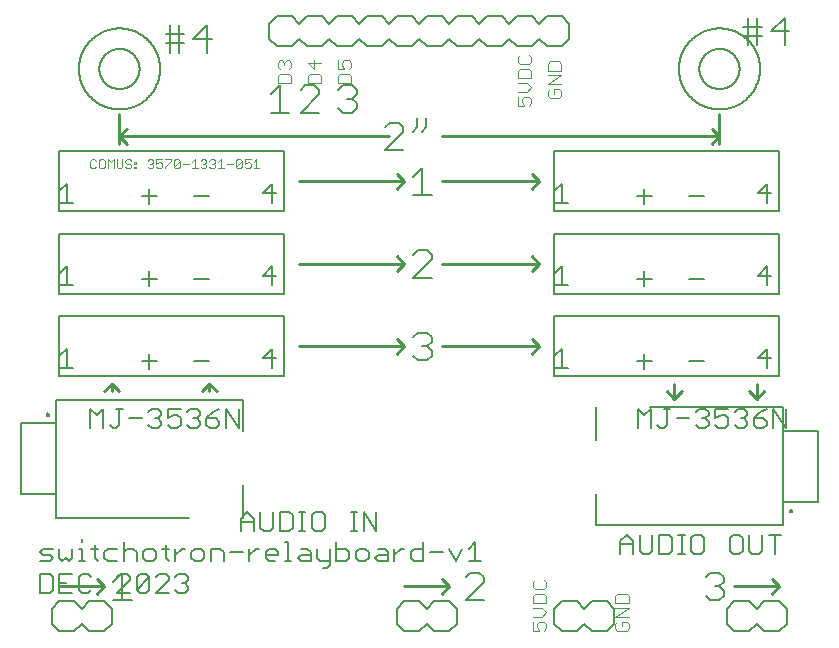
<source format=gto>
G04 EAGLE Gerber RS-274X export*
G75*
%MOMM*%
%FSLAX34Y34*%
%LPD*%
%INTop Silkscreen*%
%IPPOS*%
%AMOC8*
5,1,8,0,0,1.08239X$1,22.5*%
G01*
%ADD10C,0.152400*%
%ADD11C,0.101600*%
%ADD12C,0.203200*%
%ADD13C,0.254000*%
%ADD14C,0.076200*%
%ADD15C,0.127000*%
%ADD16C,0.200000*%


D10*
X502412Y178562D02*
X502412Y194832D01*
X507835Y189409D01*
X513259Y194832D01*
X513259Y178562D01*
X518784Y181274D02*
X521495Y178562D01*
X524207Y178562D01*
X526919Y181274D01*
X526919Y194832D01*
X529630Y194832D02*
X524207Y194832D01*
X535155Y186697D02*
X546002Y186697D01*
X551527Y192120D02*
X554238Y194832D01*
X559662Y194832D01*
X562373Y192120D01*
X562373Y189409D01*
X559662Y186697D01*
X556950Y186697D01*
X559662Y186697D02*
X562373Y183985D01*
X562373Y181274D01*
X559662Y178562D01*
X554238Y178562D01*
X551527Y181274D01*
X567898Y194832D02*
X578745Y194832D01*
X567898Y194832D02*
X567898Y186697D01*
X573322Y189409D01*
X576033Y189409D01*
X578745Y186697D01*
X578745Y181274D01*
X576033Y178562D01*
X570610Y178562D01*
X567898Y181274D01*
X584270Y192120D02*
X586981Y194832D01*
X592405Y194832D01*
X595116Y192120D01*
X595116Y189409D01*
X592405Y186697D01*
X589693Y186697D01*
X592405Y186697D02*
X595116Y183985D01*
X595116Y181274D01*
X592405Y178562D01*
X586981Y178562D01*
X584270Y181274D01*
X606065Y192120D02*
X611488Y194832D01*
X606065Y192120D02*
X600641Y186697D01*
X600641Y181274D01*
X603353Y178562D01*
X608776Y178562D01*
X611488Y181274D01*
X611488Y183985D01*
X608776Y186697D01*
X600641Y186697D01*
X617013Y178562D02*
X617013Y194832D01*
X627860Y178562D01*
X627860Y194832D01*
X487525Y82729D02*
X487525Y71882D01*
X487525Y82729D02*
X492948Y88152D01*
X498371Y82729D01*
X498371Y71882D01*
X498371Y80017D02*
X487525Y80017D01*
X503896Y74594D02*
X503896Y88152D01*
X503896Y74594D02*
X506608Y71882D01*
X512031Y71882D01*
X514743Y74594D01*
X514743Y88152D01*
X520268Y88152D02*
X520268Y71882D01*
X528403Y71882D01*
X531115Y74594D01*
X531115Y85440D01*
X528403Y88152D01*
X520268Y88152D01*
X536640Y71882D02*
X542063Y71882D01*
X539351Y71882D02*
X539351Y88152D01*
X536640Y88152D02*
X542063Y88152D01*
X550266Y88152D02*
X555689Y88152D01*
X550266Y88152D02*
X547554Y85440D01*
X547554Y74594D01*
X550266Y71882D01*
X555689Y71882D01*
X558401Y74594D01*
X558401Y85440D01*
X555689Y88152D01*
X583009Y88152D02*
X588432Y88152D01*
X583009Y88152D02*
X580297Y85440D01*
X580297Y74594D01*
X583009Y71882D01*
X588432Y71882D01*
X591144Y74594D01*
X591144Y85440D01*
X588432Y88152D01*
X596669Y88152D02*
X596669Y74594D01*
X599380Y71882D01*
X604804Y71882D01*
X607515Y74594D01*
X607515Y88152D01*
X618463Y88152D02*
X618463Y71882D01*
X613040Y88152D02*
X623887Y88152D01*
D11*
X425948Y463555D02*
X427897Y465504D01*
X425948Y463555D02*
X425948Y459657D01*
X427897Y457708D01*
X435693Y457708D01*
X437642Y459657D01*
X437642Y463555D01*
X435693Y465504D01*
X431795Y465504D01*
X431795Y461606D01*
X437642Y469402D02*
X425948Y469402D01*
X437642Y477198D01*
X425948Y477198D01*
X425948Y481096D02*
X437642Y481096D01*
X437642Y486943D01*
X435693Y488892D01*
X427897Y488892D01*
X425948Y486943D01*
X425948Y481096D01*
X259842Y470408D02*
X248148Y470408D01*
X259842Y470408D02*
X259842Y476255D01*
X257893Y478204D01*
X250097Y478204D01*
X248148Y476255D01*
X248148Y470408D01*
X248148Y482102D02*
X248148Y489898D01*
X248148Y482102D02*
X253995Y482102D01*
X252046Y486000D01*
X252046Y487949D01*
X253995Y489898D01*
X257893Y489898D01*
X259842Y487949D01*
X259842Y484051D01*
X257893Y482102D01*
X234442Y470408D02*
X222748Y470408D01*
X234442Y470408D02*
X234442Y476255D01*
X232493Y478204D01*
X224697Y478204D01*
X222748Y476255D01*
X222748Y470408D01*
X222748Y487949D02*
X234442Y487949D01*
X228595Y482102D02*
X222748Y487949D01*
X228595Y489898D02*
X228595Y482102D01*
X209042Y470408D02*
X197348Y470408D01*
X209042Y470408D02*
X209042Y476255D01*
X207093Y478204D01*
X199297Y478204D01*
X197348Y476255D01*
X197348Y470408D01*
X199297Y482102D02*
X197348Y484051D01*
X197348Y487949D01*
X199297Y489898D01*
X201246Y489898D01*
X203195Y487949D01*
X203195Y486000D01*
X203195Y487949D02*
X205144Y489898D01*
X207093Y489898D01*
X209042Y487949D01*
X209042Y484051D01*
X207093Y482102D01*
D12*
X65962Y56154D02*
X58166Y48358D01*
X65962Y56154D02*
X65962Y32766D01*
X58166Y32766D02*
X73758Y32766D01*
X356616Y32766D02*
X372208Y32766D01*
X356616Y32766D02*
X372208Y48358D01*
X372208Y52256D01*
X368310Y56154D01*
X360514Y56154D01*
X356616Y52256D01*
X559816Y52256D02*
X563714Y56154D01*
X571510Y56154D01*
X575408Y52256D01*
X575408Y48358D01*
X571510Y44460D01*
X567612Y44460D01*
X571510Y44460D02*
X575408Y40562D01*
X575408Y36664D01*
X571510Y32766D01*
X563714Y32766D01*
X559816Y36664D01*
D13*
X50800Y44450D02*
X12700Y44450D01*
X44450Y38100D02*
X50800Y44450D01*
X44450Y50800D01*
X304800Y44450D02*
X342900Y44450D01*
X336550Y50800D01*
X342900Y44450D02*
X336550Y38100D01*
X584200Y44450D02*
X622300Y44450D01*
X615950Y38100D01*
X622300Y44450D02*
X615950Y50800D01*
D10*
X166454Y90932D02*
X166454Y101779D01*
X171877Y107202D01*
X177300Y101779D01*
X177300Y90932D01*
X177300Y99067D02*
X166454Y99067D01*
X182825Y93644D02*
X182825Y107202D01*
X182825Y93644D02*
X185537Y90932D01*
X190960Y90932D01*
X193672Y93644D01*
X193672Y107202D01*
X199197Y107202D02*
X199197Y90932D01*
X207332Y90932D01*
X210043Y93644D01*
X210043Y104490D01*
X207332Y107202D01*
X199197Y107202D01*
X215568Y90932D02*
X220992Y90932D01*
X218280Y90932D02*
X218280Y107202D01*
X215568Y107202D02*
X220992Y107202D01*
X229194Y107202D02*
X234618Y107202D01*
X229194Y107202D02*
X226483Y104490D01*
X226483Y93644D01*
X229194Y90932D01*
X234618Y90932D01*
X237329Y93644D01*
X237329Y104490D01*
X234618Y107202D01*
X259226Y90932D02*
X264649Y90932D01*
X261937Y90932D02*
X261937Y107202D01*
X259226Y107202D02*
X264649Y107202D01*
X270140Y107202D02*
X270140Y90932D01*
X280987Y90932D02*
X270140Y107202D01*
X280987Y107202D02*
X280987Y90932D01*
X38862Y178562D02*
X38862Y194832D01*
X44285Y189409D01*
X49709Y194832D01*
X49709Y178562D01*
X55234Y181274D02*
X57945Y178562D01*
X60657Y178562D01*
X63369Y181274D01*
X63369Y194832D01*
X66080Y194832D02*
X60657Y194832D01*
X71605Y186697D02*
X82452Y186697D01*
X87977Y192120D02*
X90688Y194832D01*
X96112Y194832D01*
X98823Y192120D01*
X98823Y189409D01*
X96112Y186697D01*
X93400Y186697D01*
X96112Y186697D02*
X98823Y183985D01*
X98823Y181274D01*
X96112Y178562D01*
X90688Y178562D01*
X87977Y181274D01*
X104348Y194832D02*
X115195Y194832D01*
X104348Y194832D02*
X104348Y186697D01*
X109772Y189409D01*
X112483Y189409D01*
X115195Y186697D01*
X115195Y181274D01*
X112483Y178562D01*
X107060Y178562D01*
X104348Y181274D01*
X120720Y192120D02*
X123431Y194832D01*
X128855Y194832D01*
X131566Y192120D01*
X131566Y189409D01*
X128855Y186697D01*
X126143Y186697D01*
X128855Y186697D02*
X131566Y183985D01*
X131566Y181274D01*
X128855Y178562D01*
X123431Y178562D01*
X120720Y181274D01*
X142515Y192120D02*
X147938Y194832D01*
X142515Y192120D02*
X137091Y186697D01*
X137091Y181274D01*
X139803Y178562D01*
X145226Y178562D01*
X147938Y181274D01*
X147938Y183985D01*
X145226Y186697D01*
X137091Y186697D01*
X153463Y178562D02*
X153463Y194832D01*
X164310Y178562D01*
X164310Y194832D01*
D12*
X191516Y461108D02*
X199312Y468904D01*
X199312Y445516D01*
X191516Y445516D02*
X207108Y445516D01*
X216916Y445516D02*
X232508Y445516D01*
X216916Y445516D02*
X232508Y461108D01*
X232508Y465006D01*
X228610Y468904D01*
X220814Y468904D01*
X216916Y465006D01*
X248666Y465006D02*
X252564Y468904D01*
X260360Y468904D01*
X264258Y465006D01*
X264258Y461108D01*
X260360Y457210D01*
X256462Y457210D01*
X260360Y457210D02*
X264258Y453312D01*
X264258Y449414D01*
X260360Y445516D01*
X252564Y445516D01*
X248666Y449414D01*
X288338Y413766D02*
X303930Y413766D01*
X288338Y413766D02*
X303930Y429358D01*
X303930Y433256D01*
X300032Y437154D01*
X292236Y437154D01*
X288338Y433256D01*
X315624Y433256D02*
X315624Y441052D01*
X315624Y433256D02*
X311726Y429358D01*
X323420Y433256D02*
X323420Y441052D01*
X323420Y433256D02*
X319522Y429358D01*
D13*
X336550Y425450D02*
X571500Y425450D01*
X565150Y419100D01*
X571500Y425450D02*
X565150Y431800D01*
X571500Y444500D02*
X571500Y419100D01*
X292100Y425450D02*
X63500Y425450D01*
X69850Y431800D01*
X63500Y425450D02*
X69850Y419100D01*
X63500Y419100D02*
X63500Y444500D01*
D12*
X106514Y496316D02*
X106514Y519704D01*
X114310Y519704D02*
X114310Y496316D01*
X114310Y511908D02*
X102616Y511908D01*
X114310Y511908D02*
X118208Y511908D01*
X118208Y504112D02*
X102616Y504112D01*
X137698Y496316D02*
X137698Y519704D01*
X126004Y508010D01*
X141596Y508010D01*
X595464Y502666D02*
X595464Y526054D01*
X603260Y526054D02*
X603260Y502666D01*
X603260Y518258D02*
X591566Y518258D01*
X603260Y518258D02*
X607158Y518258D01*
X607158Y510462D02*
X591566Y510462D01*
X626648Y502666D02*
X626648Y526054D01*
X614954Y514360D01*
X630546Y514360D01*
D10*
X4272Y65532D02*
X-3863Y65532D01*
X4272Y65532D02*
X6983Y68244D01*
X4272Y70955D01*
X-1152Y70955D01*
X-3863Y73667D01*
X-1152Y76379D01*
X6983Y76379D01*
X12508Y76379D02*
X12508Y68244D01*
X15220Y65532D01*
X17932Y68244D01*
X20643Y65532D01*
X23355Y68244D01*
X23355Y76379D01*
X28880Y76379D02*
X31592Y76379D01*
X31592Y65532D01*
X34303Y65532D02*
X28880Y65532D01*
X31592Y81802D02*
X31592Y84514D01*
X42506Y79090D02*
X42506Y68244D01*
X45218Y65532D01*
X45218Y76379D02*
X39794Y76379D01*
X53420Y76379D02*
X61555Y76379D01*
X53420Y76379D02*
X50709Y73667D01*
X50709Y68244D01*
X53420Y65532D01*
X61555Y65532D01*
X67080Y65532D02*
X67080Y81802D01*
X69792Y76379D02*
X67080Y73667D01*
X69792Y76379D02*
X75215Y76379D01*
X77927Y73667D01*
X77927Y65532D01*
X86163Y65532D02*
X91587Y65532D01*
X94298Y68244D01*
X94298Y73667D01*
X91587Y76379D01*
X86163Y76379D01*
X83452Y73667D01*
X83452Y68244D01*
X86163Y65532D01*
X102535Y68244D02*
X102535Y79090D01*
X102535Y68244D02*
X105247Y65532D01*
X105247Y76379D02*
X99823Y76379D01*
X110738Y76379D02*
X110738Y65532D01*
X110738Y70955D02*
X116161Y76379D01*
X118873Y76379D01*
X127092Y65532D02*
X132516Y65532D01*
X135227Y68244D01*
X135227Y73667D01*
X132516Y76379D01*
X127092Y76379D01*
X124381Y73667D01*
X124381Y68244D01*
X127092Y65532D01*
X140752Y65532D02*
X140752Y76379D01*
X148887Y76379D01*
X151599Y73667D01*
X151599Y65532D01*
X157124Y73667D02*
X167970Y73667D01*
X173495Y76379D02*
X173495Y65532D01*
X173495Y70955D02*
X178919Y76379D01*
X181630Y76379D01*
X189850Y65532D02*
X195273Y65532D01*
X189850Y65532D02*
X187138Y68244D01*
X187138Y73667D01*
X189850Y76379D01*
X195273Y76379D01*
X197985Y73667D01*
X197985Y70955D01*
X187138Y70955D01*
X203510Y81802D02*
X206222Y81802D01*
X206222Y65532D01*
X208933Y65532D02*
X203510Y65532D01*
X217136Y76379D02*
X222559Y76379D01*
X225271Y73667D01*
X225271Y65532D01*
X217136Y65532D01*
X214424Y68244D01*
X217136Y70955D01*
X225271Y70955D01*
X230796Y68244D02*
X230796Y76379D01*
X230796Y68244D02*
X233507Y65532D01*
X241642Y65532D01*
X241642Y62820D02*
X241642Y76379D01*
X241642Y62820D02*
X238931Y60109D01*
X236219Y60109D01*
X247167Y65532D02*
X247167Y81802D01*
X247167Y65532D02*
X255302Y65532D01*
X258014Y68244D01*
X258014Y73667D01*
X255302Y76379D01*
X247167Y76379D01*
X266251Y65532D02*
X271674Y65532D01*
X274386Y68244D01*
X274386Y73667D01*
X271674Y76379D01*
X266251Y76379D01*
X263539Y73667D01*
X263539Y68244D01*
X266251Y65532D01*
X282622Y76379D02*
X288045Y76379D01*
X290757Y73667D01*
X290757Y65532D01*
X282622Y65532D01*
X279911Y68244D01*
X282622Y70955D01*
X290757Y70955D01*
X296282Y65532D02*
X296282Y76379D01*
X301705Y76379D02*
X296282Y70955D01*
X301705Y76379D02*
X304417Y76379D01*
X320772Y81802D02*
X320772Y65532D01*
X312637Y65532D01*
X309925Y68244D01*
X309925Y73667D01*
X312637Y76379D01*
X320772Y76379D01*
X326297Y73667D02*
X337143Y73667D01*
X342668Y76379D02*
X348091Y65532D01*
X353515Y76379D01*
X359040Y76379D02*
X364463Y81802D01*
X364463Y65532D01*
X359040Y65532D02*
X369886Y65532D01*
X-3863Y55132D02*
X-3863Y38862D01*
X4272Y38862D01*
X6983Y41574D01*
X6983Y52420D01*
X4272Y55132D01*
X-3863Y55132D01*
X12508Y55132D02*
X23355Y55132D01*
X12508Y55132D02*
X12508Y38862D01*
X23355Y38862D01*
X17932Y46997D02*
X12508Y46997D01*
X37015Y55132D02*
X39727Y52420D01*
X37015Y55132D02*
X31592Y55132D01*
X28880Y52420D01*
X28880Y41574D01*
X31592Y38862D01*
X37015Y38862D01*
X39727Y41574D01*
X61623Y38862D02*
X72470Y38862D01*
X61623Y38862D02*
X72470Y49709D01*
X72470Y52420D01*
X69758Y55132D01*
X64335Y55132D01*
X61623Y52420D01*
X77995Y52420D02*
X77995Y41574D01*
X77995Y52420D02*
X80706Y55132D01*
X86130Y55132D01*
X88841Y52420D01*
X88841Y41574D01*
X86130Y38862D01*
X80706Y38862D01*
X77995Y41574D01*
X88841Y52420D01*
X94366Y38862D02*
X105213Y38862D01*
X94366Y38862D02*
X105213Y49709D01*
X105213Y52420D01*
X102501Y55132D01*
X97078Y55132D01*
X94366Y52420D01*
X110738Y52420D02*
X113449Y55132D01*
X118873Y55132D01*
X121584Y52420D01*
X121584Y49709D01*
X118873Y46997D01*
X116161Y46997D01*
X118873Y46997D02*
X121584Y44285D01*
X121584Y41574D01*
X118873Y38862D01*
X113449Y38862D01*
X110738Y41574D01*
D12*
X312166Y391258D02*
X319962Y399054D01*
X319962Y375666D01*
X312166Y375666D02*
X327758Y375666D01*
X327758Y305816D02*
X312166Y305816D01*
X327758Y321408D01*
X327758Y325306D01*
X323860Y329204D01*
X316064Y329204D01*
X312166Y325306D01*
X316064Y259354D02*
X312166Y255456D01*
X316064Y259354D02*
X323860Y259354D01*
X327758Y255456D01*
X327758Y251558D01*
X323860Y247660D01*
X319962Y247660D01*
X323860Y247660D02*
X327758Y243762D01*
X327758Y239864D01*
X323860Y235966D01*
X316064Y235966D01*
X312166Y239864D01*
D13*
X304800Y387350D02*
X215900Y387350D01*
X298450Y381000D02*
X304800Y387350D01*
X298450Y393700D01*
X336550Y387350D02*
X419100Y387350D01*
X412750Y381000D01*
X419100Y387350D02*
X412750Y393700D01*
X304800Y317500D02*
X215900Y317500D01*
X298450Y311150D02*
X304800Y317500D01*
X336550Y317500D02*
X419100Y317500D01*
X412750Y311150D01*
X419100Y317500D02*
X412750Y323850D01*
X304800Y247650D02*
X215900Y247650D01*
X298450Y241300D02*
X304800Y247650D01*
X298450Y254000D01*
X336550Y247650D02*
X419100Y247650D01*
X412750Y241300D01*
X419100Y247650D02*
X412750Y254000D01*
X304800Y317500D02*
X298450Y323850D01*
X57150Y215900D02*
X57150Y209550D01*
X57150Y215900D02*
X50800Y209550D01*
X57150Y215900D02*
X63500Y209550D01*
X139700Y209550D02*
X139700Y215900D01*
X133350Y209550D01*
X139700Y215900D02*
X146050Y209550D01*
X533400Y215900D02*
X533400Y203200D01*
X539750Y209550D01*
X533400Y203200D02*
X527050Y209550D01*
X603250Y215900D02*
X603250Y203200D01*
X609600Y209550D01*
X603250Y203200D02*
X596900Y209550D01*
D11*
X400548Y451358D02*
X400548Y459154D01*
X400548Y451358D02*
X406395Y451358D01*
X404446Y455256D01*
X404446Y457205D01*
X406395Y459154D01*
X410293Y459154D01*
X412242Y457205D01*
X412242Y453307D01*
X410293Y451358D01*
X408344Y463052D02*
X400548Y463052D01*
X408344Y463052D02*
X412242Y466950D01*
X408344Y470848D01*
X400548Y470848D01*
X400548Y474746D02*
X412242Y474746D01*
X412242Y480593D01*
X410293Y482542D01*
X402497Y482542D01*
X400548Y480593D01*
X400548Y474746D01*
X400548Y492287D02*
X402497Y494236D01*
X400548Y492287D02*
X400548Y488389D01*
X402497Y486440D01*
X410293Y486440D01*
X412242Y488389D01*
X412242Y492287D01*
X410293Y494236D01*
X413248Y14654D02*
X413248Y6858D01*
X419095Y6858D01*
X417146Y10756D01*
X417146Y12705D01*
X419095Y14654D01*
X422993Y14654D01*
X424942Y12705D01*
X424942Y8807D01*
X422993Y6858D01*
X421044Y18552D02*
X413248Y18552D01*
X421044Y18552D02*
X424942Y22450D01*
X421044Y26348D01*
X413248Y26348D01*
X413248Y30246D02*
X424942Y30246D01*
X424942Y36093D01*
X422993Y38042D01*
X415197Y38042D01*
X413248Y36093D01*
X413248Y30246D01*
X413248Y47787D02*
X415197Y49736D01*
X413248Y47787D02*
X413248Y43889D01*
X415197Y41940D01*
X422993Y41940D01*
X424942Y43889D01*
X424942Y47787D01*
X422993Y49736D01*
X483098Y12705D02*
X485047Y14654D01*
X483098Y12705D02*
X483098Y8807D01*
X485047Y6858D01*
X492843Y6858D01*
X494792Y8807D01*
X494792Y12705D01*
X492843Y14654D01*
X488945Y14654D01*
X488945Y10756D01*
X494792Y18552D02*
X483098Y18552D01*
X494792Y26348D01*
X483098Y26348D01*
X483098Y30246D02*
X494792Y30246D01*
X494792Y36093D01*
X492843Y38042D01*
X485047Y38042D01*
X483098Y36093D01*
X483098Y30246D01*
D14*
X43505Y404797D02*
X42276Y406025D01*
X39819Y406025D01*
X38590Y404797D01*
X38590Y399882D01*
X39819Y398653D01*
X42276Y398653D01*
X43505Y399882D01*
X47303Y406025D02*
X49760Y406025D01*
X47303Y406025D02*
X46074Y404797D01*
X46074Y399882D01*
X47303Y398653D01*
X49760Y398653D01*
X50989Y399882D01*
X50989Y404797D01*
X49760Y406025D01*
X53558Y406025D02*
X53558Y398653D01*
X56016Y403568D02*
X53558Y406025D01*
X56016Y403568D02*
X58473Y406025D01*
X58473Y398653D01*
X61042Y399882D02*
X61042Y406025D01*
X61042Y399882D02*
X62271Y398653D01*
X64729Y398653D01*
X65957Y399882D01*
X65957Y406025D01*
X72213Y406025D02*
X73441Y404797D01*
X72213Y406025D02*
X69755Y406025D01*
X68527Y404797D01*
X68527Y403568D01*
X69755Y402339D01*
X72213Y402339D01*
X73441Y401110D01*
X73441Y399882D01*
X72213Y398653D01*
X69755Y398653D01*
X68527Y399882D01*
X76011Y403568D02*
X77239Y403568D01*
X77239Y402339D01*
X76011Y402339D01*
X76011Y403568D01*
X76011Y399882D02*
X77239Y399882D01*
X77239Y398653D01*
X76011Y398653D01*
X76011Y399882D01*
X87237Y404797D02*
X88466Y406025D01*
X90923Y406025D01*
X92152Y404797D01*
X92152Y403568D01*
X90923Y402339D01*
X89694Y402339D01*
X90923Y402339D02*
X92152Y401110D01*
X92152Y399882D01*
X90923Y398653D01*
X88466Y398653D01*
X87237Y399882D01*
X94721Y406025D02*
X99636Y406025D01*
X94721Y406025D02*
X94721Y402339D01*
X97179Y403568D01*
X98407Y403568D01*
X99636Y402339D01*
X99636Y399882D01*
X98407Y398653D01*
X95950Y398653D01*
X94721Y399882D01*
X102205Y406025D02*
X107120Y406025D01*
X107120Y404797D01*
X102205Y399882D01*
X102205Y398653D01*
X109689Y399882D02*
X109689Y404797D01*
X110918Y406025D01*
X113376Y406025D01*
X114604Y404797D01*
X114604Y399882D01*
X113376Y398653D01*
X110918Y398653D01*
X109689Y399882D01*
X114604Y404797D01*
X117174Y402339D02*
X122088Y402339D01*
X124658Y403568D02*
X127115Y406025D01*
X127115Y398653D01*
X124658Y398653D02*
X129573Y398653D01*
X132142Y404797D02*
X133371Y406025D01*
X135828Y406025D01*
X137057Y404797D01*
X137057Y403568D01*
X135828Y402339D01*
X134599Y402339D01*
X135828Y402339D02*
X137057Y401110D01*
X137057Y399882D01*
X135828Y398653D01*
X133371Y398653D01*
X132142Y399882D01*
X139626Y404797D02*
X140855Y406025D01*
X143312Y406025D01*
X144541Y404797D01*
X144541Y403568D01*
X143312Y402339D01*
X142083Y402339D01*
X143312Y402339D02*
X144541Y401110D01*
X144541Y399882D01*
X143312Y398653D01*
X140855Y398653D01*
X139626Y399882D01*
X147110Y403568D02*
X149568Y406025D01*
X149568Y398653D01*
X152025Y398653D02*
X147110Y398653D01*
X154594Y402339D02*
X159509Y402339D01*
X162079Y399882D02*
X162079Y404797D01*
X163307Y406025D01*
X165765Y406025D01*
X166993Y404797D01*
X166993Y399882D01*
X165765Y398653D01*
X163307Y398653D01*
X162079Y399882D01*
X166993Y404797D01*
X169563Y406025D02*
X174478Y406025D01*
X169563Y406025D02*
X169563Y402339D01*
X172020Y403568D01*
X173249Y403568D01*
X174478Y402339D01*
X174478Y399882D01*
X173249Y398653D01*
X170791Y398653D01*
X169563Y399882D01*
X177047Y403568D02*
X179504Y406025D01*
X179504Y398653D01*
X177047Y398653D02*
X181962Y398653D01*
D12*
X349250Y527050D02*
X361950Y527050D01*
X368300Y520700D01*
X368300Y508000D02*
X361950Y501650D01*
X323850Y527050D02*
X317500Y520700D01*
X323850Y527050D02*
X336550Y527050D01*
X342900Y520700D01*
X342900Y508000D02*
X336550Y501650D01*
X323850Y501650D01*
X317500Y508000D01*
X342900Y520700D02*
X349250Y527050D01*
X342900Y508000D02*
X349250Y501650D01*
X361950Y501650D01*
X285750Y527050D02*
X273050Y527050D01*
X285750Y527050D02*
X292100Y520700D01*
X292100Y508000D02*
X285750Y501650D01*
X292100Y520700D02*
X298450Y527050D01*
X311150Y527050D01*
X317500Y520700D01*
X317500Y508000D02*
X311150Y501650D01*
X298450Y501650D01*
X292100Y508000D01*
X247650Y527050D02*
X241300Y520700D01*
X247650Y527050D02*
X260350Y527050D01*
X266700Y520700D01*
X266700Y508000D02*
X260350Y501650D01*
X247650Y501650D01*
X241300Y508000D01*
X266700Y520700D02*
X273050Y527050D01*
X266700Y508000D02*
X273050Y501650D01*
X285750Y501650D01*
X209550Y527050D02*
X196850Y527050D01*
X209550Y527050D02*
X215900Y520700D01*
X215900Y508000D02*
X209550Y501650D01*
X215900Y520700D02*
X222250Y527050D01*
X234950Y527050D01*
X241300Y520700D01*
X241300Y508000D02*
X234950Y501650D01*
X222250Y501650D01*
X215900Y508000D01*
X190500Y508000D02*
X190500Y520700D01*
X196850Y527050D01*
X190500Y508000D02*
X196850Y501650D01*
X209550Y501650D01*
X374650Y527050D02*
X387350Y527050D01*
X393700Y520700D01*
X393700Y508000D02*
X387350Y501650D01*
X368300Y520700D02*
X374650Y527050D01*
X368300Y508000D02*
X374650Y501650D01*
X387350Y501650D01*
X400050Y527050D02*
X412750Y527050D01*
X419100Y520700D01*
X419100Y508000D02*
X412750Y501650D01*
X393700Y520700D02*
X400050Y527050D01*
X393700Y508000D02*
X400050Y501650D01*
X412750Y501650D01*
X425450Y527050D02*
X438150Y527050D01*
X444500Y520700D01*
X444500Y508000D01*
X438150Y501650D01*
X419100Y520700D02*
X425450Y527050D01*
X419100Y508000D02*
X425450Y501650D01*
X438150Y501650D01*
D15*
X467100Y96050D02*
X625100Y96050D01*
X467100Y96050D02*
X467100Y122550D01*
X625100Y116050D02*
X625100Y96050D01*
X625100Y116050D02*
X625100Y176050D01*
X625100Y196050D01*
X512600Y196050D01*
X467100Y196050D02*
X467100Y168050D01*
X625100Y116050D02*
X655100Y116050D01*
X655100Y176050D01*
X625100Y176050D01*
D16*
X631100Y108550D02*
X631102Y108613D01*
X631108Y108675D01*
X631118Y108737D01*
X631131Y108799D01*
X631149Y108859D01*
X631170Y108918D01*
X631195Y108976D01*
X631224Y109032D01*
X631256Y109086D01*
X631291Y109138D01*
X631329Y109187D01*
X631371Y109235D01*
X631415Y109279D01*
X631463Y109321D01*
X631512Y109359D01*
X631564Y109394D01*
X631618Y109426D01*
X631674Y109455D01*
X631732Y109480D01*
X631791Y109501D01*
X631851Y109519D01*
X631913Y109532D01*
X631975Y109542D01*
X632037Y109548D01*
X632100Y109550D01*
X632163Y109548D01*
X632225Y109542D01*
X632287Y109532D01*
X632349Y109519D01*
X632409Y109501D01*
X632468Y109480D01*
X632526Y109455D01*
X632582Y109426D01*
X632636Y109394D01*
X632688Y109359D01*
X632737Y109321D01*
X632785Y109279D01*
X632829Y109235D01*
X632871Y109187D01*
X632909Y109138D01*
X632944Y109086D01*
X632976Y109032D01*
X633005Y108976D01*
X633030Y108918D01*
X633051Y108859D01*
X633069Y108799D01*
X633082Y108737D01*
X633092Y108675D01*
X633098Y108613D01*
X633100Y108550D01*
X633098Y108487D01*
X633092Y108425D01*
X633082Y108363D01*
X633069Y108301D01*
X633051Y108241D01*
X633030Y108182D01*
X633005Y108124D01*
X632976Y108068D01*
X632944Y108014D01*
X632909Y107962D01*
X632871Y107913D01*
X632829Y107865D01*
X632785Y107821D01*
X632737Y107779D01*
X632688Y107741D01*
X632636Y107706D01*
X632582Y107674D01*
X632526Y107645D01*
X632468Y107620D01*
X632409Y107599D01*
X632349Y107581D01*
X632287Y107568D01*
X632225Y107558D01*
X632163Y107552D01*
X632100Y107550D01*
X632037Y107552D01*
X631975Y107558D01*
X631913Y107568D01*
X631851Y107581D01*
X631791Y107599D01*
X631732Y107620D01*
X631674Y107645D01*
X631618Y107674D01*
X631564Y107706D01*
X631512Y107741D01*
X631463Y107779D01*
X631415Y107821D01*
X631371Y107865D01*
X631329Y107913D01*
X631291Y107962D01*
X631256Y108014D01*
X631224Y108068D01*
X631195Y108124D01*
X631170Y108182D01*
X631149Y108241D01*
X631131Y108301D01*
X631118Y108363D01*
X631108Y108425D01*
X631102Y108487D01*
X631100Y108550D01*
D15*
X167900Y202400D02*
X9900Y202400D01*
X167900Y202400D02*
X167900Y175900D01*
X9900Y182400D02*
X9900Y202400D01*
X9900Y182400D02*
X9900Y122400D01*
X9900Y102400D01*
X122400Y102400D01*
X167900Y102400D02*
X167900Y130400D01*
X9900Y182400D02*
X-20100Y182400D01*
X-20100Y122400D01*
X9900Y122400D01*
D16*
X1900Y189900D02*
X1902Y189963D01*
X1908Y190025D01*
X1918Y190087D01*
X1931Y190149D01*
X1949Y190209D01*
X1970Y190268D01*
X1995Y190326D01*
X2024Y190382D01*
X2056Y190436D01*
X2091Y190488D01*
X2129Y190537D01*
X2171Y190585D01*
X2215Y190629D01*
X2263Y190671D01*
X2312Y190709D01*
X2364Y190744D01*
X2418Y190776D01*
X2474Y190805D01*
X2532Y190830D01*
X2591Y190851D01*
X2651Y190869D01*
X2713Y190882D01*
X2775Y190892D01*
X2837Y190898D01*
X2900Y190900D01*
X2963Y190898D01*
X3025Y190892D01*
X3087Y190882D01*
X3149Y190869D01*
X3209Y190851D01*
X3268Y190830D01*
X3326Y190805D01*
X3382Y190776D01*
X3436Y190744D01*
X3488Y190709D01*
X3537Y190671D01*
X3585Y190629D01*
X3629Y190585D01*
X3671Y190537D01*
X3709Y190488D01*
X3744Y190436D01*
X3776Y190382D01*
X3805Y190326D01*
X3830Y190268D01*
X3851Y190209D01*
X3869Y190149D01*
X3882Y190087D01*
X3892Y190025D01*
X3898Y189963D01*
X3900Y189900D01*
X3898Y189837D01*
X3892Y189775D01*
X3882Y189713D01*
X3869Y189651D01*
X3851Y189591D01*
X3830Y189532D01*
X3805Y189474D01*
X3776Y189418D01*
X3744Y189364D01*
X3709Y189312D01*
X3671Y189263D01*
X3629Y189215D01*
X3585Y189171D01*
X3537Y189129D01*
X3488Y189091D01*
X3436Y189056D01*
X3382Y189024D01*
X3326Y188995D01*
X3268Y188970D01*
X3209Y188949D01*
X3149Y188931D01*
X3087Y188918D01*
X3025Y188908D01*
X2963Y188902D01*
X2900Y188900D01*
X2837Y188902D01*
X2775Y188908D01*
X2713Y188918D01*
X2651Y188931D01*
X2591Y188949D01*
X2532Y188970D01*
X2474Y188995D01*
X2418Y189024D01*
X2364Y189056D01*
X2312Y189091D01*
X2263Y189129D01*
X2215Y189171D01*
X2171Y189215D01*
X2129Y189263D01*
X2091Y189312D01*
X2056Y189364D01*
X2024Y189418D01*
X1995Y189474D01*
X1970Y189532D01*
X1949Y189591D01*
X1931Y189651D01*
X1918Y189713D01*
X1908Y189775D01*
X1902Y189837D01*
X1900Y189900D01*
D10*
X12700Y412750D02*
X203200Y412750D01*
X203200Y361950D01*
X12700Y361950D01*
X12700Y412750D01*
X88900Y381000D02*
X88900Y368300D01*
X82550Y374650D02*
X95250Y374650D01*
X18885Y385332D02*
X13462Y379909D01*
X18885Y385332D02*
X18885Y369062D01*
X13462Y369062D02*
X24309Y369062D01*
X127000Y374650D02*
X139700Y374650D01*
X193047Y369062D02*
X193047Y385332D01*
X184912Y377197D01*
X195759Y377197D01*
X431800Y412750D02*
X622300Y412750D01*
X622300Y361950D01*
X431800Y361950D01*
X431800Y412750D01*
X508000Y381000D02*
X508000Y368300D01*
X501650Y374650D02*
X514350Y374650D01*
X437985Y385332D02*
X432562Y379909D01*
X437985Y385332D02*
X437985Y369062D01*
X432562Y369062D02*
X443409Y369062D01*
X546100Y374650D02*
X558800Y374650D01*
X612147Y369062D02*
X612147Y385332D01*
X604012Y377197D01*
X614859Y377197D01*
X203200Y342900D02*
X12700Y342900D01*
X203200Y342900D02*
X203200Y292100D01*
X12700Y292100D01*
X12700Y342900D01*
X88900Y311150D02*
X88900Y298450D01*
X82550Y304800D02*
X95250Y304800D01*
X18885Y315482D02*
X13462Y310059D01*
X18885Y315482D02*
X18885Y299212D01*
X13462Y299212D02*
X24309Y299212D01*
X127000Y304800D02*
X139700Y304800D01*
X193047Y299212D02*
X193047Y315482D01*
X184912Y307347D01*
X195759Y307347D01*
X431800Y342900D02*
X622300Y342900D01*
X622300Y292100D01*
X431800Y292100D01*
X431800Y342900D01*
X508000Y311150D02*
X508000Y298450D01*
X501650Y304800D02*
X514350Y304800D01*
X437985Y315482D02*
X432562Y310059D01*
X437985Y315482D02*
X437985Y299212D01*
X432562Y299212D02*
X443409Y299212D01*
X546100Y304800D02*
X558800Y304800D01*
X612147Y299212D02*
X612147Y315482D01*
X604012Y307347D01*
X614859Y307347D01*
X203200Y273050D02*
X12700Y273050D01*
X203200Y273050D02*
X203200Y222250D01*
X12700Y222250D01*
X12700Y273050D01*
X88900Y241300D02*
X88900Y228600D01*
X82550Y234950D02*
X95250Y234950D01*
X18885Y245632D02*
X13462Y240209D01*
X18885Y245632D02*
X18885Y229362D01*
X13462Y229362D02*
X24309Y229362D01*
X127000Y234950D02*
X139700Y234950D01*
X193047Y229362D02*
X193047Y245632D01*
X184912Y237497D01*
X195759Y237497D01*
X431800Y273050D02*
X622300Y273050D01*
X622300Y222250D01*
X431800Y222250D01*
X431800Y273050D01*
X508000Y241300D02*
X508000Y228600D01*
X501650Y234950D02*
X514350Y234950D01*
X437985Y245632D02*
X432562Y240209D01*
X437985Y245632D02*
X437985Y229362D01*
X432562Y229362D02*
X443409Y229362D01*
X546100Y234950D02*
X558800Y234950D01*
X612147Y229362D02*
X612147Y245632D01*
X604012Y237497D01*
X614859Y237497D01*
D12*
X342900Y6350D02*
X330200Y6350D01*
X323850Y12700D01*
X323850Y25400D02*
X330200Y31750D01*
X323850Y12700D02*
X317500Y6350D01*
X304800Y6350D01*
X298450Y12700D01*
X298450Y25400D02*
X304800Y31750D01*
X317500Y31750D01*
X323850Y25400D01*
X349250Y25400D02*
X349250Y12700D01*
X342900Y6350D01*
X349250Y25400D02*
X342900Y31750D01*
X330200Y31750D01*
X298450Y25400D02*
X298450Y12700D01*
X25400Y31750D02*
X12700Y31750D01*
X25400Y31750D02*
X31750Y25400D01*
X31750Y12700D02*
X25400Y6350D01*
X31750Y25400D02*
X38100Y31750D01*
X50800Y31750D01*
X57150Y25400D01*
X57150Y12700D02*
X50800Y6350D01*
X38100Y6350D01*
X31750Y12700D01*
X6350Y12700D02*
X6350Y25400D01*
X12700Y31750D01*
X6350Y12700D02*
X12700Y6350D01*
X25400Y6350D01*
X57150Y12700D02*
X57150Y25400D01*
X609600Y6350D02*
X622300Y6350D01*
X609600Y6350D02*
X603250Y12700D01*
X603250Y25400D02*
X609600Y31750D01*
X603250Y12700D02*
X596900Y6350D01*
X584200Y6350D01*
X577850Y12700D01*
X577850Y25400D02*
X584200Y31750D01*
X596900Y31750D01*
X603250Y25400D01*
X628650Y25400D02*
X628650Y12700D01*
X622300Y6350D01*
X628650Y25400D02*
X622300Y31750D01*
X609600Y31750D01*
X577850Y25400D02*
X577850Y12700D01*
D10*
X29210Y482600D02*
X29220Y483442D01*
X29251Y484283D01*
X29303Y485123D01*
X29375Y485961D01*
X29468Y486797D01*
X29581Y487631D01*
X29715Y488462D01*
X29869Y489290D01*
X30043Y490113D01*
X30238Y490932D01*
X30452Y491746D01*
X30687Y492554D01*
X30941Y493356D01*
X31214Y494152D01*
X31508Y494941D01*
X31820Y495722D01*
X32152Y496496D01*
X32502Y497261D01*
X32871Y498017D01*
X33259Y498764D01*
X33665Y499501D01*
X34088Y500229D01*
X34530Y500945D01*
X34989Y501651D01*
X35465Y502344D01*
X35958Y503027D01*
X36468Y503696D01*
X36993Y504353D01*
X37535Y504997D01*
X38093Y505628D01*
X38666Y506244D01*
X39253Y506847D01*
X39856Y507434D01*
X40472Y508007D01*
X41103Y508565D01*
X41747Y509107D01*
X42404Y509632D01*
X43073Y510142D01*
X43756Y510635D01*
X44449Y511111D01*
X45155Y511570D01*
X45871Y512012D01*
X46599Y512435D01*
X47336Y512841D01*
X48083Y513229D01*
X48839Y513598D01*
X49604Y513948D01*
X50378Y514280D01*
X51159Y514592D01*
X51948Y514886D01*
X52744Y515159D01*
X53546Y515413D01*
X54354Y515648D01*
X55168Y515862D01*
X55987Y516057D01*
X56810Y516231D01*
X57638Y516385D01*
X58469Y516519D01*
X59303Y516632D01*
X60139Y516725D01*
X60977Y516797D01*
X61817Y516849D01*
X62658Y516880D01*
X63500Y516890D01*
X64342Y516880D01*
X65183Y516849D01*
X66023Y516797D01*
X66861Y516725D01*
X67697Y516632D01*
X68531Y516519D01*
X69362Y516385D01*
X70190Y516231D01*
X71013Y516057D01*
X71832Y515862D01*
X72646Y515648D01*
X73454Y515413D01*
X74256Y515159D01*
X75052Y514886D01*
X75841Y514592D01*
X76622Y514280D01*
X77396Y513948D01*
X78161Y513598D01*
X78917Y513229D01*
X79664Y512841D01*
X80401Y512435D01*
X81129Y512012D01*
X81845Y511570D01*
X82551Y511111D01*
X83244Y510635D01*
X83927Y510142D01*
X84596Y509632D01*
X85253Y509107D01*
X85897Y508565D01*
X86528Y508007D01*
X87144Y507434D01*
X87747Y506847D01*
X88334Y506244D01*
X88907Y505628D01*
X89465Y504997D01*
X90007Y504353D01*
X90532Y503696D01*
X91042Y503027D01*
X91535Y502344D01*
X92011Y501651D01*
X92470Y500945D01*
X92912Y500229D01*
X93335Y499501D01*
X93741Y498764D01*
X94129Y498017D01*
X94498Y497261D01*
X94848Y496496D01*
X95180Y495722D01*
X95492Y494941D01*
X95786Y494152D01*
X96059Y493356D01*
X96313Y492554D01*
X96548Y491746D01*
X96762Y490932D01*
X96957Y490113D01*
X97131Y489290D01*
X97285Y488462D01*
X97419Y487631D01*
X97532Y486797D01*
X97625Y485961D01*
X97697Y485123D01*
X97749Y484283D01*
X97780Y483442D01*
X97790Y482600D01*
X97780Y481758D01*
X97749Y480917D01*
X97697Y480077D01*
X97625Y479239D01*
X97532Y478403D01*
X97419Y477569D01*
X97285Y476738D01*
X97131Y475910D01*
X96957Y475087D01*
X96762Y474268D01*
X96548Y473454D01*
X96313Y472646D01*
X96059Y471844D01*
X95786Y471048D01*
X95492Y470259D01*
X95180Y469478D01*
X94848Y468704D01*
X94498Y467939D01*
X94129Y467183D01*
X93741Y466436D01*
X93335Y465699D01*
X92912Y464971D01*
X92470Y464255D01*
X92011Y463549D01*
X91535Y462856D01*
X91042Y462173D01*
X90532Y461504D01*
X90007Y460847D01*
X89465Y460203D01*
X88907Y459572D01*
X88334Y458956D01*
X87747Y458353D01*
X87144Y457766D01*
X86528Y457193D01*
X85897Y456635D01*
X85253Y456093D01*
X84596Y455568D01*
X83927Y455058D01*
X83244Y454565D01*
X82551Y454089D01*
X81845Y453630D01*
X81129Y453188D01*
X80401Y452765D01*
X79664Y452359D01*
X78917Y451971D01*
X78161Y451602D01*
X77396Y451252D01*
X76622Y450920D01*
X75841Y450608D01*
X75052Y450314D01*
X74256Y450041D01*
X73454Y449787D01*
X72646Y449552D01*
X71832Y449338D01*
X71013Y449143D01*
X70190Y448969D01*
X69362Y448815D01*
X68531Y448681D01*
X67697Y448568D01*
X66861Y448475D01*
X66023Y448403D01*
X65183Y448351D01*
X64342Y448320D01*
X63500Y448310D01*
X62658Y448320D01*
X61817Y448351D01*
X60977Y448403D01*
X60139Y448475D01*
X59303Y448568D01*
X58469Y448681D01*
X57638Y448815D01*
X56810Y448969D01*
X55987Y449143D01*
X55168Y449338D01*
X54354Y449552D01*
X53546Y449787D01*
X52744Y450041D01*
X51948Y450314D01*
X51159Y450608D01*
X50378Y450920D01*
X49604Y451252D01*
X48839Y451602D01*
X48083Y451971D01*
X47336Y452359D01*
X46599Y452765D01*
X45871Y453188D01*
X45155Y453630D01*
X44449Y454089D01*
X43756Y454565D01*
X43073Y455058D01*
X42404Y455568D01*
X41747Y456093D01*
X41103Y456635D01*
X40472Y457193D01*
X39856Y457766D01*
X39253Y458353D01*
X38666Y458956D01*
X38093Y459572D01*
X37535Y460203D01*
X36993Y460847D01*
X36468Y461504D01*
X35958Y462173D01*
X35465Y462856D01*
X34989Y463549D01*
X34530Y464255D01*
X34088Y464971D01*
X33665Y465699D01*
X33259Y466436D01*
X32871Y467183D01*
X32502Y467939D01*
X32152Y468704D01*
X31820Y469478D01*
X31508Y470259D01*
X31214Y471048D01*
X30941Y471844D01*
X30687Y472646D01*
X30452Y473454D01*
X30238Y474268D01*
X30043Y475087D01*
X29869Y475910D01*
X29715Y476738D01*
X29581Y477569D01*
X29468Y478403D01*
X29375Y479239D01*
X29303Y480077D01*
X29251Y480917D01*
X29220Y481758D01*
X29210Y482600D01*
D12*
X46500Y482600D02*
X46505Y483017D01*
X46520Y483434D01*
X46546Y483851D01*
X46582Y484266D01*
X46628Y484681D01*
X46684Y485094D01*
X46750Y485506D01*
X46827Y485917D01*
X46913Y486325D01*
X47009Y486731D01*
X47116Y487134D01*
X47232Y487535D01*
X47358Y487933D01*
X47494Y488327D01*
X47639Y488718D01*
X47794Y489106D01*
X47958Y489489D01*
X48132Y489868D01*
X48315Y490243D01*
X48507Y490614D01*
X48709Y490979D01*
X48919Y491340D01*
X49137Y491695D01*
X49365Y492045D01*
X49601Y492389D01*
X49845Y492727D01*
X50098Y493059D01*
X50359Y493385D01*
X50627Y493704D01*
X50904Y494017D01*
X51188Y494322D01*
X51479Y494621D01*
X51778Y494912D01*
X52083Y495196D01*
X52396Y495473D01*
X52715Y495741D01*
X53041Y496002D01*
X53373Y496255D01*
X53711Y496499D01*
X54055Y496735D01*
X54405Y496963D01*
X54760Y497181D01*
X55121Y497391D01*
X55486Y497593D01*
X55857Y497785D01*
X56232Y497968D01*
X56611Y498142D01*
X56994Y498306D01*
X57382Y498461D01*
X57773Y498606D01*
X58167Y498742D01*
X58565Y498868D01*
X58966Y498984D01*
X59369Y499091D01*
X59775Y499187D01*
X60183Y499273D01*
X60594Y499350D01*
X61006Y499416D01*
X61419Y499472D01*
X61834Y499518D01*
X62249Y499554D01*
X62666Y499580D01*
X63083Y499595D01*
X63500Y499600D01*
X63917Y499595D01*
X64334Y499580D01*
X64751Y499554D01*
X65166Y499518D01*
X65581Y499472D01*
X65994Y499416D01*
X66406Y499350D01*
X66817Y499273D01*
X67225Y499187D01*
X67631Y499091D01*
X68034Y498984D01*
X68435Y498868D01*
X68833Y498742D01*
X69227Y498606D01*
X69618Y498461D01*
X70006Y498306D01*
X70389Y498142D01*
X70768Y497968D01*
X71143Y497785D01*
X71514Y497593D01*
X71879Y497391D01*
X72240Y497181D01*
X72595Y496963D01*
X72945Y496735D01*
X73289Y496499D01*
X73627Y496255D01*
X73959Y496002D01*
X74285Y495741D01*
X74604Y495473D01*
X74917Y495196D01*
X75222Y494912D01*
X75521Y494621D01*
X75812Y494322D01*
X76096Y494017D01*
X76373Y493704D01*
X76641Y493385D01*
X76902Y493059D01*
X77155Y492727D01*
X77399Y492389D01*
X77635Y492045D01*
X77863Y491695D01*
X78081Y491340D01*
X78291Y490979D01*
X78493Y490614D01*
X78685Y490243D01*
X78868Y489868D01*
X79042Y489489D01*
X79206Y489106D01*
X79361Y488718D01*
X79506Y488327D01*
X79642Y487933D01*
X79768Y487535D01*
X79884Y487134D01*
X79991Y486731D01*
X80087Y486325D01*
X80173Y485917D01*
X80250Y485506D01*
X80316Y485094D01*
X80372Y484681D01*
X80418Y484266D01*
X80454Y483851D01*
X80480Y483434D01*
X80495Y483017D01*
X80500Y482600D01*
X80495Y482183D01*
X80480Y481766D01*
X80454Y481349D01*
X80418Y480934D01*
X80372Y480519D01*
X80316Y480106D01*
X80250Y479694D01*
X80173Y479283D01*
X80087Y478875D01*
X79991Y478469D01*
X79884Y478066D01*
X79768Y477665D01*
X79642Y477267D01*
X79506Y476873D01*
X79361Y476482D01*
X79206Y476094D01*
X79042Y475711D01*
X78868Y475332D01*
X78685Y474957D01*
X78493Y474586D01*
X78291Y474221D01*
X78081Y473860D01*
X77863Y473505D01*
X77635Y473155D01*
X77399Y472811D01*
X77155Y472473D01*
X76902Y472141D01*
X76641Y471815D01*
X76373Y471496D01*
X76096Y471183D01*
X75812Y470878D01*
X75521Y470579D01*
X75222Y470288D01*
X74917Y470004D01*
X74604Y469727D01*
X74285Y469459D01*
X73959Y469198D01*
X73627Y468945D01*
X73289Y468701D01*
X72945Y468465D01*
X72595Y468237D01*
X72240Y468019D01*
X71879Y467809D01*
X71514Y467607D01*
X71143Y467415D01*
X70768Y467232D01*
X70389Y467058D01*
X70006Y466894D01*
X69618Y466739D01*
X69227Y466594D01*
X68833Y466458D01*
X68435Y466332D01*
X68034Y466216D01*
X67631Y466109D01*
X67225Y466013D01*
X66817Y465927D01*
X66406Y465850D01*
X65994Y465784D01*
X65581Y465728D01*
X65166Y465682D01*
X64751Y465646D01*
X64334Y465620D01*
X63917Y465605D01*
X63500Y465600D01*
X63083Y465605D01*
X62666Y465620D01*
X62249Y465646D01*
X61834Y465682D01*
X61419Y465728D01*
X61006Y465784D01*
X60594Y465850D01*
X60183Y465927D01*
X59775Y466013D01*
X59369Y466109D01*
X58966Y466216D01*
X58565Y466332D01*
X58167Y466458D01*
X57773Y466594D01*
X57382Y466739D01*
X56994Y466894D01*
X56611Y467058D01*
X56232Y467232D01*
X55857Y467415D01*
X55486Y467607D01*
X55121Y467809D01*
X54760Y468019D01*
X54405Y468237D01*
X54055Y468465D01*
X53711Y468701D01*
X53373Y468945D01*
X53041Y469198D01*
X52715Y469459D01*
X52396Y469727D01*
X52083Y470004D01*
X51778Y470288D01*
X51479Y470579D01*
X51188Y470878D01*
X50904Y471183D01*
X50627Y471496D01*
X50359Y471815D01*
X50098Y472141D01*
X49845Y472473D01*
X49601Y472811D01*
X49365Y473155D01*
X49137Y473505D01*
X48919Y473860D01*
X48709Y474221D01*
X48507Y474586D01*
X48315Y474957D01*
X48132Y475332D01*
X47958Y475711D01*
X47794Y476094D01*
X47639Y476482D01*
X47494Y476873D01*
X47358Y477267D01*
X47232Y477665D01*
X47116Y478066D01*
X47009Y478469D01*
X46913Y478875D01*
X46827Y479283D01*
X46750Y479694D01*
X46684Y480106D01*
X46628Y480519D01*
X46582Y480934D01*
X46546Y481349D01*
X46520Y481766D01*
X46505Y482183D01*
X46500Y482600D01*
D10*
X537210Y482600D02*
X537220Y483442D01*
X537251Y484283D01*
X537303Y485123D01*
X537375Y485961D01*
X537468Y486797D01*
X537581Y487631D01*
X537715Y488462D01*
X537869Y489290D01*
X538043Y490113D01*
X538238Y490932D01*
X538452Y491746D01*
X538687Y492554D01*
X538941Y493356D01*
X539214Y494152D01*
X539508Y494941D01*
X539820Y495722D01*
X540152Y496496D01*
X540502Y497261D01*
X540871Y498017D01*
X541259Y498764D01*
X541665Y499501D01*
X542088Y500229D01*
X542530Y500945D01*
X542989Y501651D01*
X543465Y502344D01*
X543958Y503027D01*
X544468Y503696D01*
X544993Y504353D01*
X545535Y504997D01*
X546093Y505628D01*
X546666Y506244D01*
X547253Y506847D01*
X547856Y507434D01*
X548472Y508007D01*
X549103Y508565D01*
X549747Y509107D01*
X550404Y509632D01*
X551073Y510142D01*
X551756Y510635D01*
X552449Y511111D01*
X553155Y511570D01*
X553871Y512012D01*
X554599Y512435D01*
X555336Y512841D01*
X556083Y513229D01*
X556839Y513598D01*
X557604Y513948D01*
X558378Y514280D01*
X559159Y514592D01*
X559948Y514886D01*
X560744Y515159D01*
X561546Y515413D01*
X562354Y515648D01*
X563168Y515862D01*
X563987Y516057D01*
X564810Y516231D01*
X565638Y516385D01*
X566469Y516519D01*
X567303Y516632D01*
X568139Y516725D01*
X568977Y516797D01*
X569817Y516849D01*
X570658Y516880D01*
X571500Y516890D01*
X572342Y516880D01*
X573183Y516849D01*
X574023Y516797D01*
X574861Y516725D01*
X575697Y516632D01*
X576531Y516519D01*
X577362Y516385D01*
X578190Y516231D01*
X579013Y516057D01*
X579832Y515862D01*
X580646Y515648D01*
X581454Y515413D01*
X582256Y515159D01*
X583052Y514886D01*
X583841Y514592D01*
X584622Y514280D01*
X585396Y513948D01*
X586161Y513598D01*
X586917Y513229D01*
X587664Y512841D01*
X588401Y512435D01*
X589129Y512012D01*
X589845Y511570D01*
X590551Y511111D01*
X591244Y510635D01*
X591927Y510142D01*
X592596Y509632D01*
X593253Y509107D01*
X593897Y508565D01*
X594528Y508007D01*
X595144Y507434D01*
X595747Y506847D01*
X596334Y506244D01*
X596907Y505628D01*
X597465Y504997D01*
X598007Y504353D01*
X598532Y503696D01*
X599042Y503027D01*
X599535Y502344D01*
X600011Y501651D01*
X600470Y500945D01*
X600912Y500229D01*
X601335Y499501D01*
X601741Y498764D01*
X602129Y498017D01*
X602498Y497261D01*
X602848Y496496D01*
X603180Y495722D01*
X603492Y494941D01*
X603786Y494152D01*
X604059Y493356D01*
X604313Y492554D01*
X604548Y491746D01*
X604762Y490932D01*
X604957Y490113D01*
X605131Y489290D01*
X605285Y488462D01*
X605419Y487631D01*
X605532Y486797D01*
X605625Y485961D01*
X605697Y485123D01*
X605749Y484283D01*
X605780Y483442D01*
X605790Y482600D01*
X605780Y481758D01*
X605749Y480917D01*
X605697Y480077D01*
X605625Y479239D01*
X605532Y478403D01*
X605419Y477569D01*
X605285Y476738D01*
X605131Y475910D01*
X604957Y475087D01*
X604762Y474268D01*
X604548Y473454D01*
X604313Y472646D01*
X604059Y471844D01*
X603786Y471048D01*
X603492Y470259D01*
X603180Y469478D01*
X602848Y468704D01*
X602498Y467939D01*
X602129Y467183D01*
X601741Y466436D01*
X601335Y465699D01*
X600912Y464971D01*
X600470Y464255D01*
X600011Y463549D01*
X599535Y462856D01*
X599042Y462173D01*
X598532Y461504D01*
X598007Y460847D01*
X597465Y460203D01*
X596907Y459572D01*
X596334Y458956D01*
X595747Y458353D01*
X595144Y457766D01*
X594528Y457193D01*
X593897Y456635D01*
X593253Y456093D01*
X592596Y455568D01*
X591927Y455058D01*
X591244Y454565D01*
X590551Y454089D01*
X589845Y453630D01*
X589129Y453188D01*
X588401Y452765D01*
X587664Y452359D01*
X586917Y451971D01*
X586161Y451602D01*
X585396Y451252D01*
X584622Y450920D01*
X583841Y450608D01*
X583052Y450314D01*
X582256Y450041D01*
X581454Y449787D01*
X580646Y449552D01*
X579832Y449338D01*
X579013Y449143D01*
X578190Y448969D01*
X577362Y448815D01*
X576531Y448681D01*
X575697Y448568D01*
X574861Y448475D01*
X574023Y448403D01*
X573183Y448351D01*
X572342Y448320D01*
X571500Y448310D01*
X570658Y448320D01*
X569817Y448351D01*
X568977Y448403D01*
X568139Y448475D01*
X567303Y448568D01*
X566469Y448681D01*
X565638Y448815D01*
X564810Y448969D01*
X563987Y449143D01*
X563168Y449338D01*
X562354Y449552D01*
X561546Y449787D01*
X560744Y450041D01*
X559948Y450314D01*
X559159Y450608D01*
X558378Y450920D01*
X557604Y451252D01*
X556839Y451602D01*
X556083Y451971D01*
X555336Y452359D01*
X554599Y452765D01*
X553871Y453188D01*
X553155Y453630D01*
X552449Y454089D01*
X551756Y454565D01*
X551073Y455058D01*
X550404Y455568D01*
X549747Y456093D01*
X549103Y456635D01*
X548472Y457193D01*
X547856Y457766D01*
X547253Y458353D01*
X546666Y458956D01*
X546093Y459572D01*
X545535Y460203D01*
X544993Y460847D01*
X544468Y461504D01*
X543958Y462173D01*
X543465Y462856D01*
X542989Y463549D01*
X542530Y464255D01*
X542088Y464971D01*
X541665Y465699D01*
X541259Y466436D01*
X540871Y467183D01*
X540502Y467939D01*
X540152Y468704D01*
X539820Y469478D01*
X539508Y470259D01*
X539214Y471048D01*
X538941Y471844D01*
X538687Y472646D01*
X538452Y473454D01*
X538238Y474268D01*
X538043Y475087D01*
X537869Y475910D01*
X537715Y476738D01*
X537581Y477569D01*
X537468Y478403D01*
X537375Y479239D01*
X537303Y480077D01*
X537251Y480917D01*
X537220Y481758D01*
X537210Y482600D01*
D12*
X554500Y482600D02*
X554505Y483017D01*
X554520Y483434D01*
X554546Y483851D01*
X554582Y484266D01*
X554628Y484681D01*
X554684Y485094D01*
X554750Y485506D01*
X554827Y485917D01*
X554913Y486325D01*
X555009Y486731D01*
X555116Y487134D01*
X555232Y487535D01*
X555358Y487933D01*
X555494Y488327D01*
X555639Y488718D01*
X555794Y489106D01*
X555958Y489489D01*
X556132Y489868D01*
X556315Y490243D01*
X556507Y490614D01*
X556709Y490979D01*
X556919Y491340D01*
X557137Y491695D01*
X557365Y492045D01*
X557601Y492389D01*
X557845Y492727D01*
X558098Y493059D01*
X558359Y493385D01*
X558627Y493704D01*
X558904Y494017D01*
X559188Y494322D01*
X559479Y494621D01*
X559778Y494912D01*
X560083Y495196D01*
X560396Y495473D01*
X560715Y495741D01*
X561041Y496002D01*
X561373Y496255D01*
X561711Y496499D01*
X562055Y496735D01*
X562405Y496963D01*
X562760Y497181D01*
X563121Y497391D01*
X563486Y497593D01*
X563857Y497785D01*
X564232Y497968D01*
X564611Y498142D01*
X564994Y498306D01*
X565382Y498461D01*
X565773Y498606D01*
X566167Y498742D01*
X566565Y498868D01*
X566966Y498984D01*
X567369Y499091D01*
X567775Y499187D01*
X568183Y499273D01*
X568594Y499350D01*
X569006Y499416D01*
X569419Y499472D01*
X569834Y499518D01*
X570249Y499554D01*
X570666Y499580D01*
X571083Y499595D01*
X571500Y499600D01*
X571917Y499595D01*
X572334Y499580D01*
X572751Y499554D01*
X573166Y499518D01*
X573581Y499472D01*
X573994Y499416D01*
X574406Y499350D01*
X574817Y499273D01*
X575225Y499187D01*
X575631Y499091D01*
X576034Y498984D01*
X576435Y498868D01*
X576833Y498742D01*
X577227Y498606D01*
X577618Y498461D01*
X578006Y498306D01*
X578389Y498142D01*
X578768Y497968D01*
X579143Y497785D01*
X579514Y497593D01*
X579879Y497391D01*
X580240Y497181D01*
X580595Y496963D01*
X580945Y496735D01*
X581289Y496499D01*
X581627Y496255D01*
X581959Y496002D01*
X582285Y495741D01*
X582604Y495473D01*
X582917Y495196D01*
X583222Y494912D01*
X583521Y494621D01*
X583812Y494322D01*
X584096Y494017D01*
X584373Y493704D01*
X584641Y493385D01*
X584902Y493059D01*
X585155Y492727D01*
X585399Y492389D01*
X585635Y492045D01*
X585863Y491695D01*
X586081Y491340D01*
X586291Y490979D01*
X586493Y490614D01*
X586685Y490243D01*
X586868Y489868D01*
X587042Y489489D01*
X587206Y489106D01*
X587361Y488718D01*
X587506Y488327D01*
X587642Y487933D01*
X587768Y487535D01*
X587884Y487134D01*
X587991Y486731D01*
X588087Y486325D01*
X588173Y485917D01*
X588250Y485506D01*
X588316Y485094D01*
X588372Y484681D01*
X588418Y484266D01*
X588454Y483851D01*
X588480Y483434D01*
X588495Y483017D01*
X588500Y482600D01*
X588495Y482183D01*
X588480Y481766D01*
X588454Y481349D01*
X588418Y480934D01*
X588372Y480519D01*
X588316Y480106D01*
X588250Y479694D01*
X588173Y479283D01*
X588087Y478875D01*
X587991Y478469D01*
X587884Y478066D01*
X587768Y477665D01*
X587642Y477267D01*
X587506Y476873D01*
X587361Y476482D01*
X587206Y476094D01*
X587042Y475711D01*
X586868Y475332D01*
X586685Y474957D01*
X586493Y474586D01*
X586291Y474221D01*
X586081Y473860D01*
X585863Y473505D01*
X585635Y473155D01*
X585399Y472811D01*
X585155Y472473D01*
X584902Y472141D01*
X584641Y471815D01*
X584373Y471496D01*
X584096Y471183D01*
X583812Y470878D01*
X583521Y470579D01*
X583222Y470288D01*
X582917Y470004D01*
X582604Y469727D01*
X582285Y469459D01*
X581959Y469198D01*
X581627Y468945D01*
X581289Y468701D01*
X580945Y468465D01*
X580595Y468237D01*
X580240Y468019D01*
X579879Y467809D01*
X579514Y467607D01*
X579143Y467415D01*
X578768Y467232D01*
X578389Y467058D01*
X578006Y466894D01*
X577618Y466739D01*
X577227Y466594D01*
X576833Y466458D01*
X576435Y466332D01*
X576034Y466216D01*
X575631Y466109D01*
X575225Y466013D01*
X574817Y465927D01*
X574406Y465850D01*
X573994Y465784D01*
X573581Y465728D01*
X573166Y465682D01*
X572751Y465646D01*
X572334Y465620D01*
X571917Y465605D01*
X571500Y465600D01*
X571083Y465605D01*
X570666Y465620D01*
X570249Y465646D01*
X569834Y465682D01*
X569419Y465728D01*
X569006Y465784D01*
X568594Y465850D01*
X568183Y465927D01*
X567775Y466013D01*
X567369Y466109D01*
X566966Y466216D01*
X566565Y466332D01*
X566167Y466458D01*
X565773Y466594D01*
X565382Y466739D01*
X564994Y466894D01*
X564611Y467058D01*
X564232Y467232D01*
X563857Y467415D01*
X563486Y467607D01*
X563121Y467809D01*
X562760Y468019D01*
X562405Y468237D01*
X562055Y468465D01*
X561711Y468701D01*
X561373Y468945D01*
X561041Y469198D01*
X560715Y469459D01*
X560396Y469727D01*
X560083Y470004D01*
X559778Y470288D01*
X559479Y470579D01*
X559188Y470878D01*
X558904Y471183D01*
X558627Y471496D01*
X558359Y471815D01*
X558098Y472141D01*
X557845Y472473D01*
X557601Y472811D01*
X557365Y473155D01*
X557137Y473505D01*
X556919Y473860D01*
X556709Y474221D01*
X556507Y474586D01*
X556315Y474957D01*
X556132Y475332D01*
X555958Y475711D01*
X555794Y476094D01*
X555639Y476482D01*
X555494Y476873D01*
X555358Y477267D01*
X555232Y477665D01*
X555116Y478066D01*
X555009Y478469D01*
X554913Y478875D01*
X554827Y479283D01*
X554750Y479694D01*
X554684Y480106D01*
X554628Y480519D01*
X554582Y480934D01*
X554546Y481349D01*
X554520Y481766D01*
X554505Y482183D01*
X554500Y482600D01*
X476250Y6350D02*
X463550Y6350D01*
X457200Y12700D01*
X457200Y25400D02*
X463550Y31750D01*
X457200Y12700D02*
X450850Y6350D01*
X438150Y6350D01*
X431800Y12700D01*
X431800Y25400D02*
X438150Y31750D01*
X450850Y31750D01*
X457200Y25400D01*
X482600Y25400D02*
X482600Y12700D01*
X476250Y6350D01*
X482600Y25400D02*
X476250Y31750D01*
X463550Y31750D01*
X431800Y25400D02*
X431800Y12700D01*
M02*

</source>
